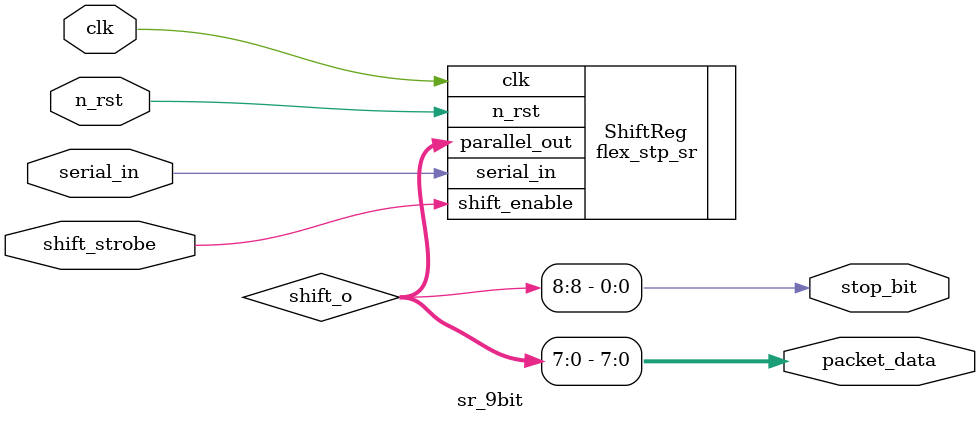
<source format=sv>

module sr_9bit (
    input clk, n_rst, shift_strobe, serial_in,
    output [7:0] packet_data,
    output stop_bit
);
    logic [8:0] shift_o;

    flex_stp_sr #(.NUM_BITS(9), .SHIFT_MSB(0)) ShiftReg (
        .clk(clk), 
        .n_rst(n_rst), 
        .serial_in(serial_in), 
        .shift_enable(shift_strobe), 
        .parallel_out(shift_o)
    );

    assign stop_bit = shift_o[8];
    assign packet_data = shift_o[7:0];
endmodule
</source>
